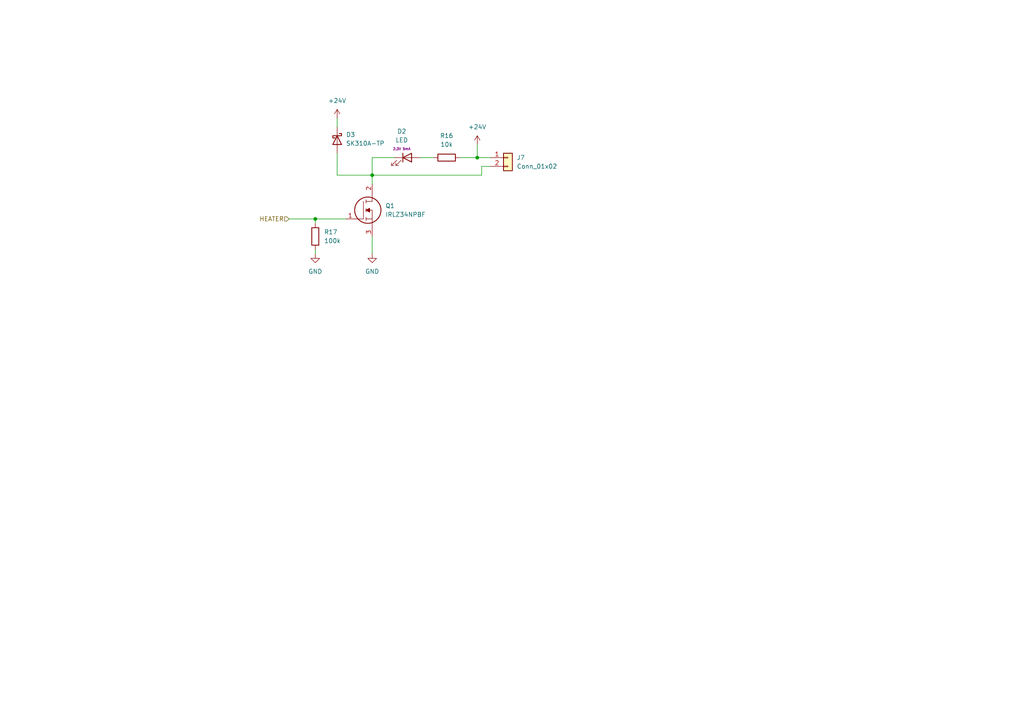
<source format=kicad_sch>
(kicad_sch
	(version 20250114)
	(generator "eeschema")
	(generator_version "9.0")
	(uuid "d4fcf904-0fed-4086-852a-0556767bfbfc")
	(paper "A4")
	(lib_symbols
		(symbol "Connector_Generic:Conn_01x02"
			(pin_names
				(offset 1.016)
				(hide yes)
			)
			(exclude_from_sim no)
			(in_bom yes)
			(on_board yes)
			(property "Reference" "J"
				(at 0 2.54 0)
				(effects
					(font
						(size 1.27 1.27)
					)
				)
			)
			(property "Value" "Conn_01x02"
				(at 0 -5.08 0)
				(effects
					(font
						(size 1.27 1.27)
					)
				)
			)
			(property "Footprint" ""
				(at 0 0 0)
				(effects
					(font
						(size 1.27 1.27)
					)
					(hide yes)
				)
			)
			(property "Datasheet" "~"
				(at 0 0 0)
				(effects
					(font
						(size 1.27 1.27)
					)
					(hide yes)
				)
			)
			(property "Description" "Generic connector, single row, 01x02, script generated (kicad-library-utils/schlib/autogen/connector/)"
				(at 0 0 0)
				(effects
					(font
						(size 1.27 1.27)
					)
					(hide yes)
				)
			)
			(property "ki_keywords" "connector"
				(at 0 0 0)
				(effects
					(font
						(size 1.27 1.27)
					)
					(hide yes)
				)
			)
			(property "ki_fp_filters" "Connector*:*_1x??_*"
				(at 0 0 0)
				(effects
					(font
						(size 1.27 1.27)
					)
					(hide yes)
				)
			)
			(symbol "Conn_01x02_1_1"
				(rectangle
					(start -1.27 1.27)
					(end 1.27 -3.81)
					(stroke
						(width 0.254)
						(type default)
					)
					(fill
						(type background)
					)
				)
				(rectangle
					(start -1.27 0.127)
					(end 0 -0.127)
					(stroke
						(width 0.1524)
						(type default)
					)
					(fill
						(type none)
					)
				)
				(rectangle
					(start -1.27 -2.413)
					(end 0 -2.667)
					(stroke
						(width 0.1524)
						(type default)
					)
					(fill
						(type none)
					)
				)
				(pin passive line
					(at -5.08 0 0)
					(length 3.81)
					(name "Pin_1"
						(effects
							(font
								(size 1.27 1.27)
							)
						)
					)
					(number "1"
						(effects
							(font
								(size 1.27 1.27)
							)
						)
					)
				)
				(pin passive line
					(at -5.08 -2.54 0)
					(length 3.81)
					(name "Pin_2"
						(effects
							(font
								(size 1.27 1.27)
							)
						)
					)
					(number "2"
						(effects
							(font
								(size 1.27 1.27)
							)
						)
					)
				)
			)
			(embedded_fonts no)
		)
		(symbol "Device:D_Schottky"
			(pin_numbers
				(hide yes)
			)
			(pin_names
				(offset 1.016)
				(hide yes)
			)
			(exclude_from_sim no)
			(in_bom yes)
			(on_board yes)
			(property "Reference" "D"
				(at 0 2.54 0)
				(effects
					(font
						(size 1.27 1.27)
					)
				)
			)
			(property "Value" "D_Schottky"
				(at 0 -2.54 0)
				(effects
					(font
						(size 1.27 1.27)
					)
				)
			)
			(property "Footprint" ""
				(at 0 0 0)
				(effects
					(font
						(size 1.27 1.27)
					)
					(hide yes)
				)
			)
			(property "Datasheet" "~"
				(at 0 0 0)
				(effects
					(font
						(size 1.27 1.27)
					)
					(hide yes)
				)
			)
			(property "Description" "Schottky diode"
				(at 0 0 0)
				(effects
					(font
						(size 1.27 1.27)
					)
					(hide yes)
				)
			)
			(property "ki_keywords" "diode Schottky"
				(at 0 0 0)
				(effects
					(font
						(size 1.27 1.27)
					)
					(hide yes)
				)
			)
			(property "ki_fp_filters" "TO-???* *_Diode_* *SingleDiode* D_*"
				(at 0 0 0)
				(effects
					(font
						(size 1.27 1.27)
					)
					(hide yes)
				)
			)
			(symbol "D_Schottky_0_1"
				(polyline
					(pts
						(xy -1.905 0.635) (xy -1.905 1.27) (xy -1.27 1.27) (xy -1.27 -1.27) (xy -0.635 -1.27) (xy -0.635 -0.635)
					)
					(stroke
						(width 0.254)
						(type default)
					)
					(fill
						(type none)
					)
				)
				(polyline
					(pts
						(xy 1.27 1.27) (xy 1.27 -1.27) (xy -1.27 0) (xy 1.27 1.27)
					)
					(stroke
						(width 0.254)
						(type default)
					)
					(fill
						(type none)
					)
				)
				(polyline
					(pts
						(xy 1.27 0) (xy -1.27 0)
					)
					(stroke
						(width 0)
						(type default)
					)
					(fill
						(type none)
					)
				)
			)
			(symbol "D_Schottky_1_1"
				(pin passive line
					(at -3.81 0 0)
					(length 2.54)
					(name "K"
						(effects
							(font
								(size 1.27 1.27)
							)
						)
					)
					(number "1"
						(effects
							(font
								(size 1.27 1.27)
							)
						)
					)
				)
				(pin passive line
					(at 3.81 0 180)
					(length 2.54)
					(name "A"
						(effects
							(font
								(size 1.27 1.27)
							)
						)
					)
					(number "2"
						(effects
							(font
								(size 1.27 1.27)
							)
						)
					)
				)
			)
			(embedded_fonts no)
		)
		(symbol "Device:LED"
			(pin_numbers
				(hide yes)
			)
			(pin_names
				(offset 1.016)
				(hide yes)
			)
			(exclude_from_sim no)
			(in_bom yes)
			(on_board yes)
			(property "Reference" "D"
				(at 0 2.54 0)
				(effects
					(font
						(size 1.27 1.27)
					)
				)
			)
			(property "Value" "LED"
				(at 0 -2.54 0)
				(effects
					(font
						(size 1.27 1.27)
					)
				)
			)
			(property "Footprint" ""
				(at 0 0 0)
				(effects
					(font
						(size 1.27 1.27)
					)
					(hide yes)
				)
			)
			(property "Datasheet" "~"
				(at 0 0 0)
				(effects
					(font
						(size 1.27 1.27)
					)
					(hide yes)
				)
			)
			(property "Description" "Light emitting diode"
				(at 0 0 0)
				(effects
					(font
						(size 1.27 1.27)
					)
					(hide yes)
				)
			)
			(property "Sim.Pins" "1=K 2=A"
				(at 0 0 0)
				(effects
					(font
						(size 1.27 1.27)
					)
					(hide yes)
				)
			)
			(property "ki_keywords" "LED diode"
				(at 0 0 0)
				(effects
					(font
						(size 1.27 1.27)
					)
					(hide yes)
				)
			)
			(property "ki_fp_filters" "LED* LED_SMD:* LED_THT:*"
				(at 0 0 0)
				(effects
					(font
						(size 1.27 1.27)
					)
					(hide yes)
				)
			)
			(symbol "LED_0_1"
				(polyline
					(pts
						(xy -3.048 -0.762) (xy -4.572 -2.286) (xy -3.81 -2.286) (xy -4.572 -2.286) (xy -4.572 -1.524)
					)
					(stroke
						(width 0)
						(type default)
					)
					(fill
						(type none)
					)
				)
				(polyline
					(pts
						(xy -1.778 -0.762) (xy -3.302 -2.286) (xy -2.54 -2.286) (xy -3.302 -2.286) (xy -3.302 -1.524)
					)
					(stroke
						(width 0)
						(type default)
					)
					(fill
						(type none)
					)
				)
				(polyline
					(pts
						(xy -1.27 0) (xy 1.27 0)
					)
					(stroke
						(width 0)
						(type default)
					)
					(fill
						(type none)
					)
				)
				(polyline
					(pts
						(xy -1.27 -1.27) (xy -1.27 1.27)
					)
					(stroke
						(width 0.254)
						(type default)
					)
					(fill
						(type none)
					)
				)
				(polyline
					(pts
						(xy 1.27 -1.27) (xy 1.27 1.27) (xy -1.27 0) (xy 1.27 -1.27)
					)
					(stroke
						(width 0.254)
						(type default)
					)
					(fill
						(type none)
					)
				)
			)
			(symbol "LED_1_1"
				(pin passive line
					(at -3.81 0 0)
					(length 2.54)
					(name "K"
						(effects
							(font
								(size 1.27 1.27)
							)
						)
					)
					(number "1"
						(effects
							(font
								(size 1.27 1.27)
							)
						)
					)
				)
				(pin passive line
					(at 3.81 0 180)
					(length 2.54)
					(name "A"
						(effects
							(font
								(size 1.27 1.27)
							)
						)
					)
					(number "2"
						(effects
							(font
								(size 1.27 1.27)
							)
						)
					)
				)
			)
			(embedded_fonts no)
		)
		(symbol "Device:R"
			(pin_numbers
				(hide yes)
			)
			(pin_names
				(offset 0)
			)
			(exclude_from_sim no)
			(in_bom yes)
			(on_board yes)
			(property "Reference" "R"
				(at 2.032 0 90)
				(effects
					(font
						(size 1.27 1.27)
					)
				)
			)
			(property "Value" "R"
				(at 0 0 90)
				(effects
					(font
						(size 1.27 1.27)
					)
				)
			)
			(property "Footprint" ""
				(at -1.778 0 90)
				(effects
					(font
						(size 1.27 1.27)
					)
					(hide yes)
				)
			)
			(property "Datasheet" "~"
				(at 0 0 0)
				(effects
					(font
						(size 1.27 1.27)
					)
					(hide yes)
				)
			)
			(property "Description" "Resistor"
				(at 0 0 0)
				(effects
					(font
						(size 1.27 1.27)
					)
					(hide yes)
				)
			)
			(property "ki_keywords" "R res resistor"
				(at 0 0 0)
				(effects
					(font
						(size 1.27 1.27)
					)
					(hide yes)
				)
			)
			(property "ki_fp_filters" "R_*"
				(at 0 0 0)
				(effects
					(font
						(size 1.27 1.27)
					)
					(hide yes)
				)
			)
			(symbol "R_0_1"
				(rectangle
					(start -1.016 -2.54)
					(end 1.016 2.54)
					(stroke
						(width 0.254)
						(type default)
					)
					(fill
						(type none)
					)
				)
			)
			(symbol "R_1_1"
				(pin passive line
					(at 0 3.81 270)
					(length 1.27)
					(name "~"
						(effects
							(font
								(size 1.27 1.27)
							)
						)
					)
					(number "1"
						(effects
							(font
								(size 1.27 1.27)
							)
						)
					)
				)
				(pin passive line
					(at 0 -3.81 90)
					(length 1.27)
					(name "~"
						(effects
							(font
								(size 1.27 1.27)
							)
						)
					)
					(number "2"
						(effects
							(font
								(size 1.27 1.27)
							)
						)
					)
				)
			)
			(embedded_fonts no)
		)
		(symbol "SamacSys_Parts:IRLZ34NPBF"
			(pin_names
				(offset 0.762)
			)
			(exclude_from_sim no)
			(in_bom yes)
			(on_board yes)
			(property "Reference" "Q"
				(at 11.43 3.81 0)
				(effects
					(font
						(size 1.27 1.27)
					)
					(justify left)
				)
			)
			(property "Value" "IRLZ34NPBF"
				(at 11.43 1.27 0)
				(effects
					(font
						(size 1.27 1.27)
					)
					(justify left)
				)
			)
			(property "Footprint" "TO254P469X1042X1967-3P"
				(at 11.43 -1.27 0)
				(effects
					(font
						(size 1.27 1.27)
					)
					(justify left)
					(hide yes)
				)
			)
			(property "Datasheet" "https://componentsearchengine.com/Datasheets/2/IRLZ34NPBF.pdf"
				(at 11.43 -3.81 0)
				(effects
					(font
						(size 1.27 1.27)
					)
					(justify left)
					(hide yes)
				)
			)
			(property "Description" "IRLZ34NPBF N-Channel MOSFET, 30 A, 55 V HEXFET, 3-Pin TO-220AB Infineon"
				(at 0 0 0)
				(effects
					(font
						(size 1.27 1.27)
					)
					(hide yes)
				)
			)
			(property "Description_1" "IRLZ34NPBF N-Channel MOSFET, 30 A, 55 V HEXFET, 3-Pin TO-220AB Infineon"
				(at 11.43 -6.35 0)
				(effects
					(font
						(size 1.27 1.27)
					)
					(justify left)
					(hide yes)
				)
			)
			(property "Height" "4.69"
				(at 11.43 -8.89 0)
				(effects
					(font
						(size 1.27 1.27)
					)
					(justify left)
					(hide yes)
				)
			)
			(property "Mouser Part Number" "942-IRLZ34NPBF"
				(at 11.43 -11.43 0)
				(effects
					(font
						(size 1.27 1.27)
					)
					(justify left)
					(hide yes)
				)
			)
			(property "Mouser Price/Stock" "https://www.mouser.co.uk/ProductDetail/Infineon-Technologies/IRLZ34NPBF?qs=9%252BKlkBgLFf2QcbVnu%252BS1ZA%3D%3D"
				(at 11.43 -13.97 0)
				(effects
					(font
						(size 1.27 1.27)
					)
					(justify left)
					(hide yes)
				)
			)
			(property "Manufacturer_Name" "Infineon"
				(at 11.43 -16.51 0)
				(effects
					(font
						(size 1.27 1.27)
					)
					(justify left)
					(hide yes)
				)
			)
			(property "Manufacturer_Part_Number" "IRLZ34NPBF"
				(at 11.43 -19.05 0)
				(effects
					(font
						(size 1.27 1.27)
					)
					(justify left)
					(hide yes)
				)
			)
			(symbol "IRLZ34NPBF_0_0"
				(pin passive line
					(at 0 0 0)
					(length 2.54)
					(name "~"
						(effects
							(font
								(size 1.27 1.27)
							)
						)
					)
					(number "1"
						(effects
							(font
								(size 1.27 1.27)
							)
						)
					)
				)
				(pin passive line
					(at 7.62 10.16 270)
					(length 2.54)
					(name "~"
						(effects
							(font
								(size 1.27 1.27)
							)
						)
					)
					(number "2"
						(effects
							(font
								(size 1.27 1.27)
							)
						)
					)
				)
				(pin passive line
					(at 7.62 -5.08 90)
					(length 2.54)
					(name "~"
						(effects
							(font
								(size 1.27 1.27)
							)
						)
					)
					(number "3"
						(effects
							(font
								(size 1.27 1.27)
							)
						)
					)
				)
			)
			(symbol "IRLZ34NPBF_0_1"
				(polyline
					(pts
						(xy 2.54 0) (xy 5.08 0) (xy 5.08 5.08)
					)
					(stroke
						(width 0.1524)
						(type solid)
					)
					(fill
						(type none)
					)
				)
				(polyline
					(pts
						(xy 5.842 5.588) (xy 5.842 4.572)
					)
					(stroke
						(width 0.1524)
						(type solid)
					)
					(fill
						(type none)
					)
				)
				(polyline
					(pts
						(xy 5.842 2.54) (xy 6.858 3.048) (xy 6.858 2.032) (xy 5.842 2.54)
					)
					(stroke
						(width 0.254)
						(type solid)
					)
					(fill
						(type outline)
					)
				)
				(polyline
					(pts
						(xy 5.842 2.032) (xy 5.842 3.048)
					)
					(stroke
						(width 0.1524)
						(type solid)
					)
					(fill
						(type none)
					)
				)
				(polyline
					(pts
						(xy 5.842 0) (xy 7.62 0)
					)
					(stroke
						(width 0.1524)
						(type solid)
					)
					(fill
						(type none)
					)
				)
				(polyline
					(pts
						(xy 5.842 -0.508) (xy 5.842 0.508)
					)
					(stroke
						(width 0.1524)
						(type solid)
					)
					(fill
						(type none)
					)
				)
				(circle
					(center 6.35 2.54)
					(radius 3.81)
					(stroke
						(width 0.254)
						(type solid)
					)
					(fill
						(type none)
					)
				)
				(polyline
					(pts
						(xy 7.62 5.08) (xy 5.842 5.08)
					)
					(stroke
						(width 0.1524)
						(type solid)
					)
					(fill
						(type none)
					)
				)
				(polyline
					(pts
						(xy 7.62 5.08) (xy 7.62 7.62)
					)
					(stroke
						(width 0.1524)
						(type solid)
					)
					(fill
						(type none)
					)
				)
				(polyline
					(pts
						(xy 7.62 2.54) (xy 5.842 2.54)
					)
					(stroke
						(width 0.1524)
						(type solid)
					)
					(fill
						(type none)
					)
				)
				(polyline
					(pts
						(xy 7.62 2.54) (xy 7.62 -2.54)
					)
					(stroke
						(width 0.1524)
						(type solid)
					)
					(fill
						(type none)
					)
				)
			)
			(embedded_fonts no)
		)
		(symbol "power:+24V"
			(power)
			(pin_numbers
				(hide yes)
			)
			(pin_names
				(offset 0)
				(hide yes)
			)
			(exclude_from_sim no)
			(in_bom yes)
			(on_board yes)
			(property "Reference" "#PWR"
				(at 0 -3.81 0)
				(effects
					(font
						(size 1.27 1.27)
					)
					(hide yes)
				)
			)
			(property "Value" "+24V"
				(at 0 3.556 0)
				(effects
					(font
						(size 1.27 1.27)
					)
				)
			)
			(property "Footprint" ""
				(at 0 0 0)
				(effects
					(font
						(size 1.27 1.27)
					)
					(hide yes)
				)
			)
			(property "Datasheet" ""
				(at 0 0 0)
				(effects
					(font
						(size 1.27 1.27)
					)
					(hide yes)
				)
			)
			(property "Description" "Power symbol creates a global label with name \"+24V\""
				(at 0 0 0)
				(effects
					(font
						(size 1.27 1.27)
					)
					(hide yes)
				)
			)
			(property "ki_keywords" "global power"
				(at 0 0 0)
				(effects
					(font
						(size 1.27 1.27)
					)
					(hide yes)
				)
			)
			(symbol "+24V_0_1"
				(polyline
					(pts
						(xy -0.762 1.27) (xy 0 2.54)
					)
					(stroke
						(width 0)
						(type default)
					)
					(fill
						(type none)
					)
				)
				(polyline
					(pts
						(xy 0 2.54) (xy 0.762 1.27)
					)
					(stroke
						(width 0)
						(type default)
					)
					(fill
						(type none)
					)
				)
				(polyline
					(pts
						(xy 0 0) (xy 0 2.54)
					)
					(stroke
						(width 0)
						(type default)
					)
					(fill
						(type none)
					)
				)
			)
			(symbol "+24V_1_1"
				(pin power_in line
					(at 0 0 90)
					(length 0)
					(name "~"
						(effects
							(font
								(size 1.27 1.27)
							)
						)
					)
					(number "1"
						(effects
							(font
								(size 1.27 1.27)
							)
						)
					)
				)
			)
			(embedded_fonts no)
		)
		(symbol "power:GND"
			(power)
			(pin_numbers
				(hide yes)
			)
			(pin_names
				(offset 0)
				(hide yes)
			)
			(exclude_from_sim no)
			(in_bom yes)
			(on_board yes)
			(property "Reference" "#PWR"
				(at 0 -6.35 0)
				(effects
					(font
						(size 1.27 1.27)
					)
					(hide yes)
				)
			)
			(property "Value" "GND"
				(at 0 -3.81 0)
				(effects
					(font
						(size 1.27 1.27)
					)
				)
			)
			(property "Footprint" ""
				(at 0 0 0)
				(effects
					(font
						(size 1.27 1.27)
					)
					(hide yes)
				)
			)
			(property "Datasheet" ""
				(at 0 0 0)
				(effects
					(font
						(size 1.27 1.27)
					)
					(hide yes)
				)
			)
			(property "Description" "Power symbol creates a global label with name \"GND\" , ground"
				(at 0 0 0)
				(effects
					(font
						(size 1.27 1.27)
					)
					(hide yes)
				)
			)
			(property "ki_keywords" "global power"
				(at 0 0 0)
				(effects
					(font
						(size 1.27 1.27)
					)
					(hide yes)
				)
			)
			(symbol "GND_0_1"
				(polyline
					(pts
						(xy 0 0) (xy 0 -1.27) (xy 1.27 -1.27) (xy 0 -2.54) (xy -1.27 -1.27) (xy 0 -1.27)
					)
					(stroke
						(width 0)
						(type default)
					)
					(fill
						(type none)
					)
				)
			)
			(symbol "GND_1_1"
				(pin power_in line
					(at 0 0 270)
					(length 0)
					(name "~"
						(effects
							(font
								(size 1.27 1.27)
							)
						)
					)
					(number "1"
						(effects
							(font
								(size 1.27 1.27)
							)
						)
					)
				)
			)
			(embedded_fonts no)
		)
	)
	(junction
		(at 91.44 63.5)
		(diameter 0)
		(color 0 0 0 0)
		(uuid "14d888e0-6381-42db-bbed-2930695e0fd2")
	)
	(junction
		(at 107.95 50.8)
		(diameter 0)
		(color 0 0 0 0)
		(uuid "a71d8a50-7d22-47af-b8f4-8592fc02c8d7")
	)
	(junction
		(at 138.43 45.72)
		(diameter 0)
		(color 0 0 0 0)
		(uuid "a8f6a80a-7e4f-4865-a179-c3f6be07f0c2")
	)
	(wire
		(pts
			(xy 139.7 48.26) (xy 139.7 50.8)
		)
		(stroke
			(width 0)
			(type default)
		)
		(uuid "04f51cee-139c-4a51-9a19-2d2ef185b4a2")
	)
	(wire
		(pts
			(xy 133.35 45.72) (xy 138.43 45.72)
		)
		(stroke
			(width 0)
			(type default)
		)
		(uuid "0e70cf27-d66b-4d32-8967-611d89185567")
	)
	(wire
		(pts
			(xy 107.95 50.8) (xy 97.79 50.8)
		)
		(stroke
			(width 0)
			(type default)
		)
		(uuid "137d8480-93d6-49ac-89b1-fb8a1cede335")
	)
	(wire
		(pts
			(xy 114.3 45.72) (xy 107.95 45.72)
		)
		(stroke
			(width 0)
			(type default)
		)
		(uuid "1f54f36a-0390-4830-aac4-51c0b753442d")
	)
	(wire
		(pts
			(xy 91.44 63.5) (xy 91.44 64.77)
		)
		(stroke
			(width 0)
			(type default)
		)
		(uuid "25ed31be-853f-4dfc-b6c8-1c601e8fc113")
	)
	(wire
		(pts
			(xy 139.7 50.8) (xy 107.95 50.8)
		)
		(stroke
			(width 0)
			(type default)
		)
		(uuid "2f62042c-1b53-4db2-a1e4-2300989287a4")
	)
	(wire
		(pts
			(xy 97.79 34.29) (xy 97.79 36.83)
		)
		(stroke
			(width 0)
			(type default)
		)
		(uuid "4fc1deae-90c9-4202-975c-456c0f5fc135")
	)
	(wire
		(pts
			(xy 107.95 50.8) (xy 107.95 53.34)
		)
		(stroke
			(width 0)
			(type default)
		)
		(uuid "55a94796-a97c-415d-8a65-0268a8b51fb0")
	)
	(wire
		(pts
			(xy 107.95 45.72) (xy 107.95 50.8)
		)
		(stroke
			(width 0)
			(type default)
		)
		(uuid "59a3b777-64db-48be-8c67-c436bfe315c2")
	)
	(wire
		(pts
			(xy 83.82 63.5) (xy 91.44 63.5)
		)
		(stroke
			(width 0)
			(type default)
		)
		(uuid "65363b8e-7d84-4eb1-af85-8a2dc8292631")
	)
	(wire
		(pts
			(xy 138.43 41.91) (xy 138.43 45.72)
		)
		(stroke
			(width 0)
			(type default)
		)
		(uuid "927f3422-cb9e-4988-ac71-aa1d7a1bd54c")
	)
	(wire
		(pts
			(xy 91.44 72.39) (xy 91.44 73.66)
		)
		(stroke
			(width 0)
			(type default)
		)
		(uuid "94d0570d-d261-4ca4-8c9d-0c7f33bbf4ca")
	)
	(wire
		(pts
			(xy 107.95 68.58) (xy 107.95 73.66)
		)
		(stroke
			(width 0)
			(type default)
		)
		(uuid "9c526370-6c90-4d7d-820f-2ba849858b7b")
	)
	(wire
		(pts
			(xy 97.79 50.8) (xy 97.79 44.45)
		)
		(stroke
			(width 0)
			(type default)
		)
		(uuid "cc0ca131-ced5-4a05-9864-d54787f76039")
	)
	(wire
		(pts
			(xy 121.92 45.72) (xy 125.73 45.72)
		)
		(stroke
			(width 0)
			(type default)
		)
		(uuid "d70d5a81-f7c1-4e2a-a32d-33aea6cf2c84")
	)
	(wire
		(pts
			(xy 91.44 63.5) (xy 100.33 63.5)
		)
		(stroke
			(width 0)
			(type default)
		)
		(uuid "e4e6d07f-8ecd-4ee9-8581-fef465a62651")
	)
	(wire
		(pts
			(xy 138.43 45.72) (xy 142.24 45.72)
		)
		(stroke
			(width 0)
			(type default)
		)
		(uuid "ede15a6d-43d4-488e-998b-b737817e7612")
	)
	(wire
		(pts
			(xy 142.24 48.26) (xy 139.7 48.26)
		)
		(stroke
			(width 0)
			(type default)
		)
		(uuid "f07636f6-44bd-4dd4-8836-89cc944c7115")
	)
	(hierarchical_label "HEATER"
		(shape input)
		(at 83.82 63.5 180)
		(effects
			(font
				(size 1.27 1.27)
			)
			(justify right)
		)
		(uuid "42593716-a4e0-4636-b72b-2bd4734fd271")
	)
	(symbol
		(lib_id "Device:R")
		(at 129.54 45.72 90)
		(unit 1)
		(exclude_from_sim no)
		(in_bom yes)
		(on_board yes)
		(dnp no)
		(fields_autoplaced yes)
		(uuid "08f7a957-5b40-40c2-9e31-c6219a3011ec")
		(property "Reference" "R16"
			(at 129.54 39.37 90)
			(effects
				(font
					(size 1.27 1.27)
				)
			)
		)
		(property "Value" "10k"
			(at 129.54 41.91 90)
			(effects
				(font
					(size 1.27 1.27)
				)
			)
		)
		(property "Footprint" "Resistor_SMD:R_0603_1608Metric_Pad0.98x0.95mm_HandSolder"
			(at 129.54 47.498 90)
			(effects
				(font
					(size 1.27 1.27)
				)
				(hide yes)
			)
		)
		(property "Datasheet" "~"
			(at 129.54 45.72 0)
			(effects
				(font
					(size 1.27 1.27)
				)
				(hide yes)
			)
		)
		(property "Description" "Resistor"
			(at 129.54 45.72 0)
			(effects
				(font
					(size 1.27 1.27)
				)
				(hide yes)
			)
		)
		(pin "1"
			(uuid "3fdc0c47-56ea-487d-9066-dbe423eca726")
		)
		(pin "2"
			(uuid "5c57b4cd-79f5-44c6-93e2-4fdcb59a16e9")
		)
		(instances
			(project ""
				(path "/86743b6b-fa0b-493b-8636-78970be18fa3/370331ad-ed07-4069-839c-0e51cbd5692f"
					(reference "R16")
					(unit 1)
				)
			)
		)
	)
	(symbol
		(lib_id "power:GND")
		(at 107.95 73.66 0)
		(unit 1)
		(exclude_from_sim no)
		(in_bom yes)
		(on_board yes)
		(dnp no)
		(fields_autoplaced yes)
		(uuid "232a8d24-9f33-4fb2-80e4-9fa7835e8212")
		(property "Reference" "#PWR049"
			(at 107.95 80.01 0)
			(effects
				(font
					(size 1.27 1.27)
				)
				(hide yes)
			)
		)
		(property "Value" "GND"
			(at 107.95 78.74 0)
			(effects
				(font
					(size 1.27 1.27)
				)
			)
		)
		(property "Footprint" ""
			(at 107.95 73.66 0)
			(effects
				(font
					(size 1.27 1.27)
				)
				(hide yes)
			)
		)
		(property "Datasheet" ""
			(at 107.95 73.66 0)
			(effects
				(font
					(size 1.27 1.27)
				)
				(hide yes)
			)
		)
		(property "Description" "Power symbol creates a global label with name \"GND\" , ground"
			(at 107.95 73.66 0)
			(effects
				(font
					(size 1.27 1.27)
				)
				(hide yes)
			)
		)
		(pin "1"
			(uuid "58ec7525-9757-4f1a-984f-eb948267365b")
		)
		(instances
			(project ""
				(path "/86743b6b-fa0b-493b-8636-78970be18fa3/370331ad-ed07-4069-839c-0e51cbd5692f"
					(reference "#PWR049")
					(unit 1)
				)
			)
		)
	)
	(symbol
		(lib_id "Connector_Generic:Conn_01x02")
		(at 147.32 45.72 0)
		(unit 1)
		(exclude_from_sim no)
		(in_bom yes)
		(on_board yes)
		(dnp no)
		(fields_autoplaced yes)
		(uuid "2419d80f-10c9-445f-9283-cd20a01df031")
		(property "Reference" "J7"
			(at 149.86 45.7199 0)
			(effects
				(font
					(size 1.27 1.27)
				)
				(justify left)
			)
		)
		(property "Value" "Conn_01x02"
			(at 149.86 48.2599 0)
			(effects
				(font
					(size 1.27 1.27)
				)
				(justify left)
			)
		)
		(property "Footprint" "SamacSys_Parts:SHDR2W99P0X500_1X2_1001X762X1001P"
			(at 147.32 45.72 0)
			(effects
				(font
					(size 1.27 1.27)
				)
				(hide yes)
			)
		)
		(property "Datasheet" "~"
			(at 147.32 45.72 0)
			(effects
				(font
					(size 1.27 1.27)
				)
				(hide yes)
			)
		)
		(property "Description" "Generic connector, single row, 01x02, script generated (kicad-library-utils/schlib/autogen/connector/)"
			(at 147.32 45.72 0)
			(effects
				(font
					(size 1.27 1.27)
				)
				(hide yes)
			)
		)
		(pin "2"
			(uuid "133d514f-f1af-4a11-93d8-84a35f1accfe")
		)
		(pin "1"
			(uuid "05ed44c9-bce0-4337-8d25-e5017205590b")
		)
		(instances
			(project ""
				(path "/86743b6b-fa0b-493b-8636-78970be18fa3/370331ad-ed07-4069-839c-0e51cbd5692f"
					(reference "J7")
					(unit 1)
				)
			)
		)
	)
	(symbol
		(lib_id "Device:LED")
		(at 118.11 45.72 0)
		(unit 1)
		(exclude_from_sim no)
		(in_bom yes)
		(on_board yes)
		(dnp no)
		(fields_autoplaced yes)
		(uuid "253ec2e2-17fb-40df-b8e6-617c4ebfb5aa")
		(property "Reference" "D2"
			(at 116.5225 38.1 0)
			(effects
				(font
					(size 1.27 1.27)
				)
			)
		)
		(property "Value" "LED"
			(at 116.5225 40.64 0)
			(effects
				(font
					(size 1.27 1.27)
				)
			)
		)
		(property "Footprint" "Diode_SMD:D_0603_1608Metric_Pad1.05x0.95mm_HandSolder"
			(at 118.11 45.72 0)
			(effects
				(font
					(size 1.27 1.27)
				)
				(hide yes)
			)
		)
		(property "Datasheet" "~"
			(at 118.11 45.72 0)
			(effects
				(font
					(size 1.27 1.27)
				)
				(hide yes)
			)
		)
		(property "Description" "Light emitting diode"
			(at 118.11 45.72 0)
			(effects
				(font
					(size 1.27 1.27)
				)
				(hide yes)
			)
		)
		(property "Sim.Pins" "1=K 2=A"
			(at 118.11 45.72 0)
			(effects
				(font
					(size 1.27 1.27)
				)
				(hide yes)
			)
		)
		(property "req" "2.3V 5mA"
			(at 116.5225 43.18 0)
			(effects
				(font
					(size 0.7 0.7)
				)
			)
		)
		(pin "2"
			(uuid "4085403f-05c8-42ca-b8e0-5522a7848c17")
		)
		(pin "1"
			(uuid "61422c43-8415-4404-bd87-bd139084fdb1")
		)
		(instances
			(project ""
				(path "/86743b6b-fa0b-493b-8636-78970be18fa3/370331ad-ed07-4069-839c-0e51cbd5692f"
					(reference "D2")
					(unit 1)
				)
			)
		)
	)
	(symbol
		(lib_id "power:+24V")
		(at 138.43 41.91 0)
		(unit 1)
		(exclude_from_sim no)
		(in_bom yes)
		(on_board yes)
		(dnp no)
		(fields_autoplaced yes)
		(uuid "3673187f-da58-4719-906d-633220e03098")
		(property "Reference" "#PWR048"
			(at 138.43 45.72 0)
			(effects
				(font
					(size 1.27 1.27)
				)
				(hide yes)
			)
		)
		(property "Value" "+24V"
			(at 138.43 36.83 0)
			(effects
				(font
					(size 1.27 1.27)
				)
			)
		)
		(property "Footprint" ""
			(at 138.43 41.91 0)
			(effects
				(font
					(size 1.27 1.27)
				)
				(hide yes)
			)
		)
		(property "Datasheet" ""
			(at 138.43 41.91 0)
			(effects
				(font
					(size 1.27 1.27)
				)
				(hide yes)
			)
		)
		(property "Description" "Power symbol creates a global label with name \"+24V\""
			(at 138.43 41.91 0)
			(effects
				(font
					(size 1.27 1.27)
				)
				(hide yes)
			)
		)
		(pin "1"
			(uuid "7054e293-3da6-4ddc-b8aa-dbe73fdbfc2a")
		)
		(instances
			(project ""
				(path "/86743b6b-fa0b-493b-8636-78970be18fa3/370331ad-ed07-4069-839c-0e51cbd5692f"
					(reference "#PWR048")
					(unit 1)
				)
			)
		)
	)
	(symbol
		(lib_id "power:+24V")
		(at 97.79 34.29 0)
		(unit 1)
		(exclude_from_sim no)
		(in_bom yes)
		(on_board yes)
		(dnp no)
		(fields_autoplaced yes)
		(uuid "473e8aef-72f7-47ec-af39-7acc883714a3")
		(property "Reference" "#PWR051"
			(at 97.79 38.1 0)
			(effects
				(font
					(size 1.27 1.27)
				)
				(hide yes)
			)
		)
		(property "Value" "+24V"
			(at 97.79 29.21 0)
			(effects
				(font
					(size 1.27 1.27)
				)
			)
		)
		(property "Footprint" ""
			(at 97.79 34.29 0)
			(effects
				(font
					(size 1.27 1.27)
				)
				(hide yes)
			)
		)
		(property "Datasheet" ""
			(at 97.79 34.29 0)
			(effects
				(font
					(size 1.27 1.27)
				)
				(hide yes)
			)
		)
		(property "Description" "Power symbol creates a global label with name \"+24V\""
			(at 97.79 34.29 0)
			(effects
				(font
					(size 1.27 1.27)
				)
				(hide yes)
			)
		)
		(pin "1"
			(uuid "6d178ad9-16d3-43a5-ace0-1199442ecbca")
		)
		(instances
			(project ""
				(path "/86743b6b-fa0b-493b-8636-78970be18fa3/370331ad-ed07-4069-839c-0e51cbd5692f"
					(reference "#PWR051")
					(unit 1)
				)
			)
		)
	)
	(symbol
		(lib_id "Device:D_Schottky")
		(at 97.79 40.64 270)
		(unit 1)
		(exclude_from_sim no)
		(in_bom yes)
		(on_board yes)
		(dnp no)
		(fields_autoplaced yes)
		(uuid "4a522d13-ae4a-4e66-ba28-e4f280f88276")
		(property "Reference" "D3"
			(at 100.33 39.0524 90)
			(effects
				(font
					(size 1.27 1.27)
				)
				(justify left)
			)
		)
		(property "Value" "SK310A-TP"
			(at 100.33 41.5924 90)
			(effects
				(font
					(size 1.27 1.27)
				)
				(justify left)
			)
		)
		(property "Footprint" "Diode_SMD:D_0603_1608Metric_Pad1.05x0.95mm_HandSolder"
			(at 97.79 40.64 0)
			(effects
				(font
					(size 1.27 1.27)
				)
				(hide yes)
			)
		)
		(property "Datasheet" "~"
			(at 97.79 40.64 0)
			(effects
				(font
					(size 1.27 1.27)
				)
				(hide yes)
			)
		)
		(property "Description" "Schottky diode"
			(at 97.79 40.64 0)
			(effects
				(font
					(size 1.27 1.27)
				)
				(hide yes)
			)
		)
		(pin "1"
			(uuid "8aee3ea3-f76c-4a3b-bed9-9468a9f02c56")
		)
		(pin "2"
			(uuid "cf926473-e17b-467e-a0a8-a1b6d73499ba")
		)
		(instances
			(project ""
				(path "/86743b6b-fa0b-493b-8636-78970be18fa3/370331ad-ed07-4069-839c-0e51cbd5692f"
					(reference "D3")
					(unit 1)
				)
			)
		)
	)
	(symbol
		(lib_id "Device:R")
		(at 91.44 68.58 0)
		(unit 1)
		(exclude_from_sim no)
		(in_bom yes)
		(on_board yes)
		(dnp no)
		(fields_autoplaced yes)
		(uuid "a84844b1-7929-4edf-b936-ce4c967c5762")
		(property "Reference" "R17"
			(at 93.98 67.3099 0)
			(effects
				(font
					(size 1.27 1.27)
				)
				(justify left)
			)
		)
		(property "Value" "100k"
			(at 93.98 69.8499 0)
			(effects
				(font
					(size 1.27 1.27)
				)
				(justify left)
			)
		)
		(property "Footprint" "Resistor_SMD:R_0603_1608Metric_Pad0.98x0.95mm_HandSolder"
			(at 89.662 68.58 90)
			(effects
				(font
					(size 1.27 1.27)
				)
				(hide yes)
			)
		)
		(property "Datasheet" "~"
			(at 91.44 68.58 0)
			(effects
				(font
					(size 1.27 1.27)
				)
				(hide yes)
			)
		)
		(property "Description" "Resistor"
			(at 91.44 68.58 0)
			(effects
				(font
					(size 1.27 1.27)
				)
				(hide yes)
			)
		)
		(pin "2"
			(uuid "51a28e28-7ff7-4fb4-a62b-23a844ff86ef")
		)
		(pin "1"
			(uuid "0937fc57-62e4-4ead-a941-afe623b0d0c2")
		)
		(instances
			(project ""
				(path "/86743b6b-fa0b-493b-8636-78970be18fa3/370331ad-ed07-4069-839c-0e51cbd5692f"
					(reference "R17")
					(unit 1)
				)
			)
		)
	)
	(symbol
		(lib_id "SamacSys_Parts:IRLZ34NPBF")
		(at 100.33 63.5 0)
		(unit 1)
		(exclude_from_sim no)
		(in_bom yes)
		(on_board yes)
		(dnp no)
		(fields_autoplaced yes)
		(uuid "d2934847-f170-4695-b2d2-35ffa5bbb2d3")
		(property "Reference" "Q1"
			(at 111.76 59.6899 0)
			(effects
				(font
					(size 1.27 1.27)
				)
				(justify left)
			)
		)
		(property "Value" "IRLZ34NPBF"
			(at 111.76 62.2299 0)
			(effects
				(font
					(size 1.27 1.27)
				)
				(justify left)
			)
		)
		(property "Footprint" "Package_TO_SOT_THT:TO-220-3_Horizontal_TabDown"
			(at 111.76 64.77 0)
			(effects
				(font
					(size 1.27 1.27)
				)
				(justify left)
				(hide yes)
			)
		)
		(property "Datasheet" "https://componentsearchengine.com/Datasheets/2/IRLZ34NPBF.pdf"
			(at 111.76 67.31 0)
			(effects
				(font
					(size 1.27 1.27)
				)
				(justify left)
				(hide yes)
			)
		)
		(property "Description" "IRLZ34NPBF N-Channel MOSFET, 30 A, 55 V HEXFET, 3-Pin TO-220AB Infineon"
			(at 100.33 63.5 0)
			(effects
				(font
					(size 1.27 1.27)
				)
				(hide yes)
			)
		)
		(property "Description_1" "IRLZ34NPBF N-Channel MOSFET, 30 A, 55 V HEXFET, 3-Pin TO-220AB Infineon"
			(at 111.76 69.85 0)
			(effects
				(font
					(size 1.27 1.27)
				)
				(justify left)
				(hide yes)
			)
		)
		(property "Height" "4.69"
			(at 111.76 72.39 0)
			(effects
				(font
					(size 1.27 1.27)
				)
				(justify left)
				(hide yes)
			)
		)
		(property "Mouser Part Number" "942-IRLZ34NPBF"
			(at 111.76 74.93 0)
			(effects
				(font
					(size 1.27 1.27)
				)
				(justify left)
				(hide yes)
			)
		)
		(property "Mouser Price/Stock" "https://www.mouser.co.uk/ProductDetail/Infineon-Technologies/IRLZ34NPBF?qs=9%252BKlkBgLFf2QcbVnu%252BS1ZA%3D%3D"
			(at 111.76 77.47 0)
			(effects
				(font
					(size 1.27 1.27)
				)
				(justify left)
				(hide yes)
			)
		)
		(property "Manufacturer_Name" "Infineon"
			(at 111.76 80.01 0)
			(effects
				(font
					(size 1.27 1.27)
				)
				(justify left)
				(hide yes)
			)
		)
		(property "Manufacturer_Part_Number" "IRLZ34NPBF"
			(at 111.76 82.55 0)
			(effects
				(font
					(size 1.27 1.27)
				)
				(justify left)
				(hide yes)
			)
		)
		(pin "2"
			(uuid "73909f98-825c-4e4f-9e5d-973aaabdbff2")
		)
		(pin "1"
			(uuid "e7795d09-d0ba-4f8c-825d-52abca357de1")
		)
		(pin "3"
			(uuid "4b4aab0c-1331-4d62-945d-8eb36bbdca77")
		)
		(instances
			(project ""
				(path "/86743b6b-fa0b-493b-8636-78970be18fa3/370331ad-ed07-4069-839c-0e51cbd5692f"
					(reference "Q1")
					(unit 1)
				)
			)
		)
	)
	(symbol
		(lib_id "power:GND")
		(at 91.44 73.66 0)
		(unit 1)
		(exclude_from_sim no)
		(in_bom yes)
		(on_board yes)
		(dnp no)
		(fields_autoplaced yes)
		(uuid "e5a6e725-90b5-47c6-b42e-35697b306c32")
		(property "Reference" "#PWR050"
			(at 91.44 80.01 0)
			(effects
				(font
					(size 1.27 1.27)
				)
				(hide yes)
			)
		)
		(property "Value" "GND"
			(at 91.44 78.74 0)
			(effects
				(font
					(size 1.27 1.27)
				)
			)
		)
		(property "Footprint" ""
			(at 91.44 73.66 0)
			(effects
				(font
					(size 1.27 1.27)
				)
				(hide yes)
			)
		)
		(property "Datasheet" ""
			(at 91.44 73.66 0)
			(effects
				(font
					(size 1.27 1.27)
				)
				(hide yes)
			)
		)
		(property "Description" "Power symbol creates a global label with name \"GND\" , ground"
			(at 91.44 73.66 0)
			(effects
				(font
					(size 1.27 1.27)
				)
				(hide yes)
			)
		)
		(pin "1"
			(uuid "6dcc05fe-f82f-4243-a1d5-661afa90e76a")
		)
		(instances
			(project ""
				(path "/86743b6b-fa0b-493b-8636-78970be18fa3/370331ad-ed07-4069-839c-0e51cbd5692f"
					(reference "#PWR050")
					(unit 1)
				)
			)
		)
	)
)

</source>
